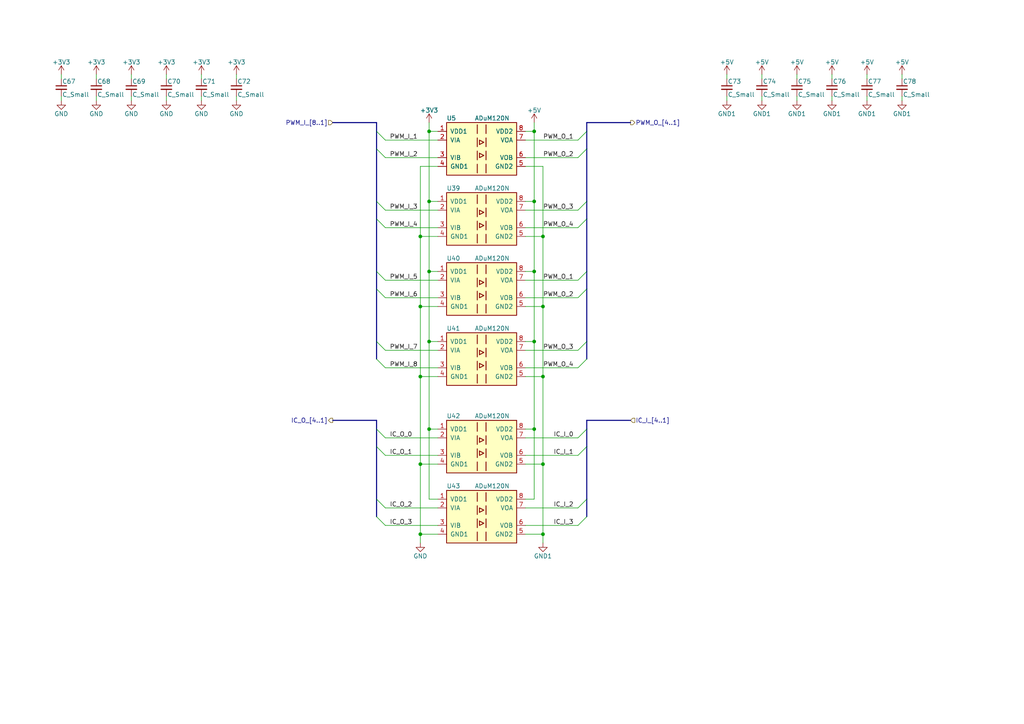
<source format=kicad_sch>
(kicad_sch (version 20211123) (generator eeschema)
  (paper "A4")
  (lib_symbols
    (symbol "Device:C_Small" (pin_numbers hide) (pin_names (offset 0.254) hide)
      (property "Reference" "C" (at 0.254 1.778 0))
      (property "Value" "C_Small" (at 0.254 -2.032 0))
      (symbol "C_Small_0_1"
        (polyline (pts (xy -1.524 -0.508) (xy 1.524 -0.508)) (stroke (width 0.3302)))
        (polyline (pts (xy -1.524 0.508) (xy 1.524 0.508)) (stroke (width 0.3048)))
      )
      (symbol "C_Small_1_1"
        (pin passive line (at 0 2.54 270) (length 2.032) (name "~") (number "1"))
        (pin passive line (at 0 -2.54 90) (length 2.032) (name "~") (number "2"))
      )
    )
    (symbol "Isolator:ADuM120N" (pin_names (offset 1.016))
      (property "Reference" "U" (at -10.16 8.89 0))
      (property "Value" "ADuM120N" (at -2.032 8.89 0))
      (symbol "ADuM120N_0_1"
        (rectangle (start -10.16 7.62) (end 10.16 -7.62) (stroke (width 0.254)) (fill (type background)))
        (polyline (pts (xy -1.27 -4.445) (xy -1.27 -6.985)) (stroke (width 0.254)))
        (polyline (pts (xy -1.27 -0.635) (xy -1.27 -3.175)) (stroke (width 0.254)))
        (polyline (pts (xy -1.27 3.175) (xy -1.27 0.635)) (stroke (width 0.254)))
        (polyline (pts (xy -1.27 6.985) (xy -1.27 4.445)) (stroke (width 0.254)))
        (polyline (pts (xy 1.27 -4.445) (xy 1.27 -6.985)) (stroke (width 0.254)))
        (polyline (pts (xy 1.27 -0.635) (xy 1.27 -3.175)) (stroke (width 0.254)))
        (polyline (pts (xy 1.27 3.175) (xy 1.27 0.635)) (stroke (width 0.254)))
        (polyline (pts (xy 1.27 6.985) (xy 1.27 4.445)) (stroke (width 0.254)))
        (polyline (pts (xy -0.635 -1.27) (xy -0.635 -2.54) (xy 0.635 -1.905) (xy -0.635 -1.27)) (stroke (width 0.254)))
        (polyline (pts (xy -0.635 1.27) (xy 0.635 1.905) (xy -0.635 2.54) (xy -0.635 1.27)) (stroke (width 0.254)))
      )
      (symbol "ADuM120N_1_1"
        (pin power_in line (at -12.7 5.08 0) (length 2.54) (name "VDD1") (number "1"))
        (pin input line (at -12.7 2.54 0) (length 2.54) (name "VIA") (number "2"))
        (pin input line (at -12.7 -2.54 0) (length 2.54) (name "VIB") (number "3"))
        (pin power_in line (at -12.7 -5.08 0) (length 2.54) (name "GND1") (number "4"))
        (pin power_in line (at 12.7 -5.08 180) (length 2.54) (name "GND2") (number "5"))
        (pin output line (at 12.7 -2.54 180) (length 2.54) (name "VOB") (number "6"))
        (pin output line (at 12.7 2.54 180) (length 2.54) (name "VOA") (number "7"))
        (pin power_in line (at 12.7 5.08 180) (length 2.54) (name "VDD2") (number "8"))
      )
    )
    (symbol "power:+3V3" (power) (pin_names (offset 0))
      (property "Value" "+3V3" (at 0 3.556 0))
      (symbol "+3V3_0_1"
        (polyline (pts (xy -0.762 1.27) (xy 0 2.54)))
        (polyline (pts (xy 0 0) (xy 0 2.54)))
        (polyline (pts (xy 0 2.54) (xy 0.762 1.27)))
      )
      (symbol "+3V3_1_1"
        (pin power_in line (at 0 0 90) (length 0) hide (name "+3V3") (number "1"))
      )
    )
    (symbol "power:+5V" (power) (pin_names (offset 0))
      (property "Value" "+5V" (at 0 3.556 0))
      (symbol "+5V_0_1"
        (polyline (pts (xy -0.762 1.27) (xy 0 2.54)))
        (polyline (pts (xy 0 0) (xy 0 2.54)))
        (polyline (pts (xy 0 2.54) (xy 0.762 1.27)))
      )
      (symbol "+5V_1_1"
        (pin power_in line (at 0 0 90) (length 0) hide (name "+5V") (number "1"))
      )
    )
    (symbol "power:GND" (power) (pin_names (offset 0))
      (property "Value" "GND" (at 0 -3.81 0))
      (symbol "GND_0_1"
        (polyline (pts (xy 0 0) (xy 0 -1.27) (xy 1.27 -1.27) (xy 0 -2.54) (xy -1.27 -1.27) (xy 0 -1.27)))
      )
      (symbol "GND_1_1"
        (pin power_in line (at 0 0 270) (length 0) hide (name "GND") (number "1"))
      )
    )
    (symbol "power:GND1" (power) (pin_names (offset 0))
      (property "Value" "GND1" (at 0 -3.81 0))
      (symbol "GND1_0_1"
        (polyline (pts (xy 0 0) (xy 0 -1.27) (xy 1.27 -1.27) (xy 0 -2.54) (xy -1.27 -1.27) (xy 0 -1.27)))
      )
      (symbol "GND1_1_1"
        (pin power_in line (at 0 0 270) (length 0) hide (name "GND1") (number "1"))
      )
    )
  )
  (junction (at 157.48 88.9))
  (junction (at 124.46 38.1))
  (junction (at 124.46 58.42))
  (junction (at 124.46 124.46))
  (junction (at 157.48 134.62))
  (junction (at 124.46 78.74))
  (junction (at 121.92 88.9))
  (junction (at 154.94 58.42))
  (junction (at 154.94 124.46))
  (junction (at 121.92 134.62))
  (junction (at 154.94 38.1))
  (junction (at 124.46 99.06))
  (junction (at 157.48 154.94))
  (junction (at 154.94 78.74))
  (junction (at 157.48 109.22))
  (junction (at 121.92 109.22))
  (junction (at 157.48 68.58))
  (junction (at 121.92 68.58))
  (junction (at 121.92 154.94))
  (junction (at 154.94 99.06))
  (bus_entry (at 109.22 43.18) (size 2.54 2.54))
  (bus_entry (at 170.18 104.14) (size -2.54 2.54))
  (bus_entry (at 170.18 83.82) (size -2.54 2.54))
  (bus_entry (at 170.18 124.46) (size -2.54 2.54))
  (bus_entry (at 170.18 58.42) (size -2.54 2.54))
  (bus_entry (at 109.22 38.1) (size 2.54 2.54))
  (bus_entry (at 109.22 63.5) (size 2.54 2.54))
  (bus_entry (at 170.18 149.86) (size -2.54 2.54))
  (bus_entry (at 109.22 144.78) (size 2.54 2.54))
  (bus_entry (at 170.18 99.06) (size -2.54 2.54))
  (bus_entry (at 109.22 99.06) (size 2.54 2.54))
  (bus_entry (at 170.18 129.54) (size -2.54 2.54))
  (bus_entry (at 109.22 58.42) (size 2.54 2.54))
  (bus_entry (at 170.18 78.74) (size -2.54 2.54))
  (bus_entry (at 109.22 104.14) (size 2.54 2.54))
  (bus_entry (at 109.22 124.46) (size 2.54 2.54))
  (bus_entry (at 109.22 149.86) (size 2.54 2.54))
  (bus_entry (at 170.18 38.1) (size -2.54 2.54))
  (bus_entry (at 109.22 83.82) (size 2.54 2.54))
  (bus_entry (at 170.18 63.5) (size -2.54 2.54))
  (bus_entry (at 170.18 43.18) (size -2.54 2.54))
  (bus_entry (at 109.22 78.74) (size 2.54 2.54))
  (bus_entry (at 109.22 129.54) (size 2.54 2.54))
  (bus_entry (at 170.18 144.78) (size -2.54 2.54))
  (wire (pts (xy 127 134.62) (xy 121.92 134.62)))
  (bus (pts (xy 109.22 144.78) (xy 109.22 129.54)))
  (wire (pts (xy 111.76 86.36) (xy 127 86.36)))
  (wire (pts (xy 157.48 48.26) (xy 157.48 68.58)))
  (wire (pts (xy 157.48 154.94) (xy 157.48 157.48)))
  (wire (pts (xy 154.94 144.78) (xy 152.4 144.78)))
  (wire (pts (xy 167.64 132.08) (xy 152.4 132.08)))
  (wire (pts (xy 157.48 88.9) (xy 157.48 109.22)))
  (wire (pts (xy 251.46 21.59) (xy 251.46 22.86)))
  (wire (pts (xy 68.58 21.59) (xy 68.58 22.86)))
  (wire (pts (xy 124.46 124.46) (xy 127 124.46)))
  (bus (pts (xy 170.18 104.14) (xy 170.18 99.06)))
  (wire (pts (xy 124.46 58.42) (xy 124.46 78.74)))
  (wire (pts (xy 121.92 68.58) (xy 121.92 88.9)))
  (bus (pts (xy 170.18 124.46) (xy 170.18 121.92)))
  (bus (pts (xy 109.22 83.82) (xy 109.22 99.06)))
  (wire (pts (xy 167.64 127) (xy 152.4 127)))
  (wire (pts (xy 167.64 81.28) (xy 152.4 81.28)))
  (wire (pts (xy 154.94 78.74) (xy 154.94 99.06)))
  (bus (pts (xy 109.22 63.5) (xy 109.22 78.74)))
  (wire (pts (xy 121.92 88.9) (xy 121.92 109.22)))
  (wire (pts (xy 124.46 58.42) (xy 127 58.42)))
  (wire (pts (xy 48.26 21.59) (xy 48.26 22.86)))
  (wire (pts (xy 124.46 78.74) (xy 124.46 99.06)))
  (wire (pts (xy 127 68.58) (xy 121.92 68.58)))
  (wire (pts (xy 111.76 152.4) (xy 127 152.4)))
  (wire (pts (xy 124.46 78.74) (xy 127 78.74)))
  (wire (pts (xy 157.48 68.58) (xy 157.48 88.9)))
  (bus (pts (xy 170.18 58.42) (xy 170.18 43.18)))
  (wire (pts (xy 231.14 27.94) (xy 231.14 29.21)))
  (wire (pts (xy 27.94 27.94) (xy 27.94 29.21)))
  (wire (pts (xy 124.46 38.1) (xy 127 38.1)))
  (wire (pts (xy 111.76 81.28) (xy 127 81.28)))
  (bus (pts (xy 170.18 144.78) (xy 170.18 129.54)))
  (wire (pts (xy 48.26 27.94) (xy 48.26 29.21)))
  (bus (pts (xy 109.22 129.54) (xy 109.22 124.46)))
  (wire (pts (xy 154.94 38.1) (xy 154.94 58.42)))
  (wire (pts (xy 152.4 109.22) (xy 157.48 109.22)))
  (wire (pts (xy 241.3 27.94) (xy 241.3 29.21)))
  (wire (pts (xy 17.78 21.59) (xy 17.78 22.86)))
  (wire (pts (xy 111.76 66.04) (xy 127 66.04)))
  (wire (pts (xy 210.82 27.94) (xy 210.82 29.21)))
  (wire (pts (xy 121.92 154.94) (xy 121.92 157.48)))
  (wire (pts (xy 167.64 40.64) (xy 152.4 40.64)))
  (wire (pts (xy 124.46 38.1) (xy 124.46 58.42)))
  (wire (pts (xy 154.94 58.42) (xy 152.4 58.42)))
  (bus (pts (xy 170.18 129.54) (xy 170.18 124.46)))
  (wire (pts (xy 261.62 21.59) (xy 261.62 22.86)))
  (wire (pts (xy 27.94 21.59) (xy 27.94 22.86)))
  (wire (pts (xy 154.94 124.46) (xy 152.4 124.46)))
  (wire (pts (xy 152.4 68.58) (xy 157.48 68.58)))
  (wire (pts (xy 167.64 60.96) (xy 152.4 60.96)))
  (wire (pts (xy 241.3 21.59) (xy 241.3 22.86)))
  (wire (pts (xy 167.64 66.04) (xy 152.4 66.04)))
  (wire (pts (xy 231.14 21.59) (xy 231.14 22.86)))
  (wire (pts (xy 58.42 27.94) (xy 58.42 29.21)))
  (bus (pts (xy 96.52 35.56) (xy 109.22 35.56)))
  (wire (pts (xy 17.78 27.94) (xy 17.78 29.21)))
  (bus (pts (xy 96.52 121.92) (xy 109.22 121.92)))
  (wire (pts (xy 38.1 21.59) (xy 38.1 22.86)))
  (wire (pts (xy 152.4 88.9) (xy 157.48 88.9)))
  (wire (pts (xy 127 48.26) (xy 121.92 48.26)))
  (wire (pts (xy 111.76 127) (xy 127 127)))
  (wire (pts (xy 124.46 99.06) (xy 124.46 124.46)))
  (wire (pts (xy 251.46 27.94) (xy 251.46 29.21)))
  (wire (pts (xy 121.92 109.22) (xy 121.92 134.62)))
  (bus (pts (xy 170.18 43.18) (xy 170.18 38.1)))
  (wire (pts (xy 38.1 27.94) (xy 38.1 29.21)))
  (bus (pts (xy 182.88 35.56) (xy 170.18 35.56)))
  (bus (pts (xy 170.18 99.06) (xy 170.18 83.82)))
  (wire (pts (xy 124.46 35.56) (xy 124.46 38.1)))
  (wire (pts (xy 111.76 101.6) (xy 127 101.6)))
  (wire (pts (xy 157.48 109.22) (xy 157.48 134.62)))
  (bus (pts (xy 109.22 124.46) (xy 109.22 121.92)))
  (bus (pts (xy 170.18 63.5) (xy 170.18 78.74)))
  (wire (pts (xy 127 154.94) (xy 121.92 154.94)))
  (wire (pts (xy 167.64 101.6) (xy 152.4 101.6)))
  (bus (pts (xy 109.22 38.1) (xy 109.22 35.56)))
  (wire (pts (xy 121.92 134.62) (xy 121.92 154.94)))
  (wire (pts (xy 121.92 48.26) (xy 121.92 68.58)))
  (wire (pts (xy 154.94 99.06) (xy 154.94 124.46)))
  (wire (pts (xy 167.64 86.36) (xy 152.4 86.36)))
  (wire (pts (xy 127 109.22) (xy 121.92 109.22)))
  (wire (pts (xy 124.46 124.46) (xy 124.46 144.78)))
  (wire (pts (xy 111.76 132.08) (xy 127 132.08)))
  (wire (pts (xy 154.94 99.06) (xy 152.4 99.06)))
  (wire (pts (xy 58.42 21.59) (xy 58.42 22.86)))
  (bus (pts (xy 170.18 149.86) (xy 170.18 144.78)))
  (wire (pts (xy 154.94 78.74) (xy 152.4 78.74)))
  (wire (pts (xy 68.58 27.94) (xy 68.58 29.21)))
  (wire (pts (xy 167.64 147.32) (xy 152.4 147.32)))
  (wire (pts (xy 154.94 35.56) (xy 154.94 38.1)))
  (wire (pts (xy 124.46 144.78) (xy 127 144.78)))
  (wire (pts (xy 261.62 27.94) (xy 261.62 29.21)))
  (wire (pts (xy 127 88.9) (xy 121.92 88.9)))
  (wire (pts (xy 157.48 134.62) (xy 157.48 154.94)))
  (bus (pts (xy 109.22 149.86) (xy 109.22 144.78)))
  (wire (pts (xy 111.76 45.72) (xy 127 45.72)))
  (bus (pts (xy 170.18 63.5) (xy 170.18 58.42)))
  (wire (pts (xy 111.76 40.64) (xy 127 40.64)))
  (wire (pts (xy 124.46 99.06) (xy 127 99.06)))
  (wire (pts (xy 210.82 21.59) (xy 210.82 22.86)))
  (wire (pts (xy 111.76 147.32) (xy 127 147.32)))
  (bus (pts (xy 170.18 38.1) (xy 170.18 35.56)))
  (wire (pts (xy 154.94 58.42) (xy 154.94 78.74)))
  (wire (pts (xy 167.64 106.68) (xy 152.4 106.68)))
  (bus (pts (xy 109.22 43.18) (xy 109.22 38.1)))
  (wire (pts (xy 154.94 38.1) (xy 152.4 38.1)))
  (wire (pts (xy 220.98 27.94) (xy 220.98 29.21)))
  (wire (pts (xy 154.94 124.46) (xy 154.94 144.78)))
  (bus (pts (xy 109.22 58.42) (xy 109.22 43.18)))
  (bus (pts (xy 109.22 78.74) (xy 109.22 83.82)))
  (bus (pts (xy 170.18 83.82) (xy 170.18 78.74)))
  (wire (pts (xy 152.4 154.94) (xy 157.48 154.94)))
  (wire (pts (xy 111.76 106.68) (xy 127 106.68)))
  (wire (pts (xy 152.4 134.62) (xy 157.48 134.62)))
  (bus (pts (xy 109.22 99.06) (xy 109.22 104.14)))
  (wire (pts (xy 152.4 48.26) (xy 157.48 48.26)))
  (wire (pts (xy 111.76 60.96) (xy 127 60.96)))
  (wire (pts (xy 220.98 21.59) (xy 220.98 22.86)))
  (bus (pts (xy 109.22 63.5) (xy 109.22 58.42)))
  (wire (pts (xy 167.64 45.72) (xy 152.4 45.72)))
  (wire (pts (xy 167.64 152.4) (xy 152.4 152.4)))
  (bus (pts (xy 182.88 121.92) (xy 170.18 121.92)))
  (label "PWM_I_5" (at 113.03 81.28 0))
  (label "IC_O_2" (at 113.03 147.32 0))
  (label "PWM_I_8" (at 113.03 106.68 0))
  (label "PWM_I_3" (at 113.03 60.96 0))
  (label "PWM_I_7" (at 113.03 101.6 0))
  (label "PWM_O_2" (at 166.37 45.72 180))
  (label "PWM_O_3" (at 166.37 60.96 180))
  (label "IC_I_3" (at 166.37 152.4 180))
  (label "IC_O_3" (at 113.03 152.4 0))
  (label "PWM_O_4" (at 166.37 66.04 180))
  (label "PWM_O_3" (at 166.37 101.6 180))
  (label "PWM_O_1" (at 166.37 40.64 180))
  (label "PWM_O_4" (at 166.37 106.68 180))
  (label "IC_I_1" (at 166.37 132.08 180))
  (label "IC_I_2" (at 166.37 147.32 180))
  (label "PWM_I_1" (at 113.03 40.64 0))
  (label "PWM_I_4" (at 113.03 66.04 0))
  (label "PWM_O_2" (at 166.37 86.36 180))
  (label "IC_I_0" (at 166.37 127 180))
  (label "PWM_I_6" (at 113.03 86.36 0))
  (label "PWM_I_2" (at 113.03 45.72 0))
  (label "IC_O_1" (at 113.03 132.08 0))
  (label "IC_O_0" (at 113.03 127 0))
  (label "PWM_O_1" (at 166.37 81.28 180))
  (hierarchical_label "IC_O_[4..1]" (shape output) (at 96.52 121.92 180))
  (hierarchical_label "PWM_O_[4..1]" (shape output) (at 182.88 35.56 0))
  (hierarchical_label "IC_I_[4..1]" (shape input) (at 182.88 121.92 0))
  (hierarchical_label "PWM_I_[8..1]" (shape input) (at 96.52 35.56 180))
  (symbol (lib_id "Device:C_Small") (at 231.14 25.4 0) (unit 1)
    (property "Reference" "C75" (at 231.394 23.622 0) (effects (justify left)))
    (property "Value" "C_Small" (at 231.394 27.432 0) (effects (justify left)))
    (property "Footprint" "Capacitor_SMD:C_0603_1608Metric" (effects hide))
  )
  (symbol (lib_id "Device:C_Small") (at 38.1 25.4 0) (unit 1)
    (property "Reference" "C69" (at 38.354 23.622 0) (effects (justify left)))
    (property "Value" "C_Small" (at 38.354 27.432 0) (effects (justify left)))
    (property "Footprint" "Capacitor_SMD:C_0603_1608Metric" (effects hide))
  )
  (symbol (lib_id "power:+3V3") (at 48.26 21.59 0) (unit 1)
    (property "Reference" "#PWR0101" (effects hide))
    (property "Value" "+3V3" (at 48.26 18.034 0))
  )
  (symbol (lib_id "Isolator:ADuM120N") (at 139.7 43.18 0) (unit 1)
    (property "Reference" "U5" (at 129.54 34.29 0) (effects (justify left)))
    (property "Value" "ADuM120N" (at 137.668 34.29 0) (effects (justify left)))
    (property "Footprint" "Package_SO:SOIC-8_3.9x4.9mm_P1.27mm" (effects hide))
    (property "Datasheet" "https://www.analog.com/media/en/technical-documentation/data-sheets/ADuM120N_121N.pdf" (effects hide))
  )
  (symbol (lib_id "Isolator:ADuM120N") (at 139.7 129.54 0) (unit 1)
    (property "Reference" "U42" (at 129.54 120.65 0) (effects (justify left)))
    (property "Value" "ADuM120N" (at 137.668 120.65 0) (effects (justify left)))
    (property "Footprint" "Package_SO:SOIC-8_3.9x4.9mm_P1.27mm" (effects hide))
    (property "Datasheet" "https://www.analog.com/media/en/technical-documentation/data-sheets/ADuM120N_121N.pdf" (effects hide))
  )
  (symbol (lib_id "power:+3V3") (at 124.46 35.56 0) (unit 1)
    (property "Reference" "#PWR0130" (effects hide))
    (property "Value" "+3V3" (at 124.46 32.004 0))
  )
  (symbol (lib_id "Device:C_Small") (at 251.46 25.4 0) (unit 1)
    (property "Reference" "C77" (at 251.714 23.622 0) (effects (justify left)))
    (property "Value" "C_Small" (at 251.714 27.432 0) (effects (justify left)))
    (property "Footprint" "Capacitor_SMD:C_0603_1608Metric" (effects hide))
  )
  (symbol (lib_id "power:+5V") (at 210.82 21.59 0) (unit 1)
    (property "Reference" "#PWR0133" (effects hide))
    (property "Value" "+5V" (at 210.82 18.034 0))
  )
  (symbol (lib_id "power:GND1") (at 210.82 29.21 0) (unit 1)
    (property "Reference" "#PWR0134" (effects hide))
    (property "Value" "GND1" (at 210.82 33.02 0))
  )
  (symbol (lib_id "power:+5V") (at 154.94 35.56 0) (unit 1)
    (property "Reference" "#PWR0131" (effects hide))
    (property "Value" "+5V" (at 154.94 32.004 0))
  )
  (symbol (lib_id "power:GND") (at 58.42 29.21 0) (unit 1)
    (property "Reference" "#PWR0104" (effects hide))
    (property "Value" "GND" (at 58.42 33.02 0))
  )
  (symbol (lib_id "Device:C_Small") (at 210.82 25.4 0) (unit 1)
    (property "Reference" "C73" (at 211.074 23.622 0) (effects (justify left)))
    (property "Value" "C_Small" (at 211.074 27.432 0) (effects (justify left)))
    (property "Footprint" "Capacitor_SMD:C_0603_1608Metric" (effects hide))
  )
  (symbol (lib_id "power:+5V") (at 261.62 21.59 0) (unit 1)
    (property "Reference" "#PWR0143" (effects hide))
    (property "Value" "+5V" (at 261.62 18.034 0))
  )
  (symbol (lib_id "Isolator:ADuM120N") (at 139.7 149.86 0) (unit 1)
    (property "Reference" "U43" (at 129.54 140.97 0) (effects (justify left)))
    (property "Value" "ADuM120N" (at 137.668 140.97 0) (effects (justify left)))
    (property "Footprint" "Package_SO:SOIC-8_3.9x4.9mm_P1.27mm" (effects hide))
    (property "Datasheet" "https://www.analog.com/media/en/technical-documentation/data-sheets/ADuM120N_121N.pdf" (effects hide))
  )
  (symbol (lib_id "power:+5V") (at 251.46 21.59 0) (unit 1)
    (property "Reference" "#PWR0141" (effects hide))
    (property "Value" "+5V" (at 251.46 18.034 0))
  )
  (symbol (lib_id "Isolator:ADuM120N") (at 139.7 104.14 0) (unit 1)
    (property "Reference" "U41" (at 129.54 95.25 0) (effects (justify left)))
    (property "Value" "ADuM120N" (at 137.668 95.25 0) (effects (justify left)))
    (property "Footprint" "Package_SO:SOIC-8_3.9x4.9mm_P1.27mm" (effects hide))
    (property "Datasheet" "https://www.analog.com/media/en/technical-documentation/data-sheets/ADuM120N_121N.pdf" (effects hide))
  )
  (symbol (lib_id "power:+5V") (at 220.98 21.59 0) (unit 1)
    (property "Reference" "#PWR0135" (effects hide))
    (property "Value" "+5V" (at 220.98 18.034 0))
  )
  (symbol (lib_id "power:GND") (at 48.26 29.21 0) (unit 1)
    (property "Reference" "#PWR0102" (effects hide))
    (property "Value" "GND" (at 48.26 33.02 0))
  )
  (symbol (lib_id "Device:C_Small") (at 220.98 25.4 0) (unit 1)
    (property "Reference" "C74" (at 221.234 23.622 0) (effects (justify left)))
    (property "Value" "C_Small" (at 221.234 27.432 0) (effects (justify left)))
    (property "Footprint" "Capacitor_SMD:C_0603_1608Metric" (effects hide))
  )
  (symbol (lib_id "Device:C_Small") (at 68.58 25.4 0) (unit 1)
    (property "Reference" "C72" (at 68.834 23.622 0) (effects (justify left)))
    (property "Value" "C_Small" (at 68.834 27.432 0) (effects (justify left)))
    (property "Footprint" "Capacitor_SMD:C_0603_1608Metric" (effects hide))
  )
  (symbol (lib_id "power:GND") (at 27.94 29.21 0) (unit 1)
    (property "Reference" "#PWR098" (effects hide))
    (property "Value" "GND" (at 27.94 33.02 0))
  )
  (symbol (lib_id "power:GND1") (at 157.48 157.48 0) (unit 1)
    (property "Reference" "#PWR0132" (effects hide))
    (property "Value" "GND1" (at 157.48 161.29 0))
  )
  (symbol (lib_id "Device:C_Small") (at 48.26 25.4 0) (unit 1)
    (property "Reference" "C70" (at 48.514 23.622 0) (effects (justify left)))
    (property "Value" "C_Small" (at 48.514 27.432 0) (effects (justify left)))
    (property "Footprint" "Capacitor_SMD:C_0603_1608Metric" (effects hide))
  )
  (symbol (lib_id "Device:C_Small") (at 58.42 25.4 0) (unit 1)
    (property "Reference" "C71" (at 58.674 23.622 0) (effects (justify left)))
    (property "Value" "C_Small" (at 58.674 27.432 0) (effects (justify left)))
    (property "Footprint" "Capacitor_SMD:C_0603_1608Metric" (effects hide))
  )
  (symbol (lib_id "power:GND1") (at 261.62 29.21 0) (unit 1)
    (property "Reference" "#PWR0144" (effects hide))
    (property "Value" "GND1" (at 261.62 33.02 0))
  )
  (symbol (lib_id "power:+3V3") (at 17.78 21.59 0) (unit 1)
    (property "Reference" "#PWR095" (effects hide))
    (property "Value" "+3V3" (at 17.78 18.034 0))
  )
  (symbol (lib_id "power:+5V") (at 231.14 21.59 0) (unit 1)
    (property "Reference" "#PWR0137" (effects hide))
    (property "Value" "+5V" (at 231.14 18.034 0))
  )
  (symbol (lib_id "power:GND") (at 17.78 29.21 0) (unit 1)
    (property "Reference" "#PWR096" (effects hide))
    (property "Value" "GND" (at 17.78 33.02 0))
  )
  (symbol (lib_id "Device:C_Small") (at 17.78 25.4 0) (unit 1)
    (property "Reference" "C67" (at 18.034 23.622 0) (effects (justify left)))
    (property "Value" "C_Small" (at 18.034 27.432 0) (effects (justify left)))
    (property "Footprint" "Capacitor_SMD:C_0603_1608Metric" (effects hide))
  )
  (symbol (lib_id "power:GND1") (at 231.14 29.21 0) (unit 1)
    (property "Reference" "#PWR0138" (effects hide))
    (property "Value" "GND1" (at 231.14 33.02 0))
  )
  (symbol (lib_id "power:GND1") (at 241.3 29.21 0) (unit 1)
    (property "Reference" "#PWR0140" (effects hide))
    (property "Value" "GND1" (at 241.3 33.02 0))
  )
  (symbol (lib_id "power:GND") (at 68.58 29.21 0) (unit 1)
    (property "Reference" "#PWR0106" (effects hide))
    (property "Value" "GND" (at 68.58 33.02 0))
  )
  (symbol (lib_id "Device:C_Small") (at 241.3 25.4 0) (unit 1)
    (property "Reference" "C76" (at 241.554 23.622 0) (effects (justify left)))
    (property "Value" "C_Small" (at 241.554 27.432 0) (effects (justify left)))
    (property "Footprint" "Capacitor_SMD:C_0603_1608Metric" (effects hide))
  )
  (symbol (lib_id "power:+3V3") (at 68.58 21.59 0) (unit 1)
    (property "Reference" "#PWR0105" (effects hide))
    (property "Value" "+3V3" (at 68.58 18.034 0))
  )
  (symbol (lib_id "power:GND1") (at 220.98 29.21 0) (unit 1)
    (property "Reference" "#PWR0136" (effects hide))
    (property "Value" "GND1" (at 220.98 33.02 0))
  )
  (symbol (lib_id "Device:C_Small") (at 27.94 25.4 0) (unit 1)
    (property "Reference" "C68" (at 28.194 23.622 0) (effects (justify left)))
    (property "Value" "C_Small" (at 28.194 27.432 0) (effects (justify left)))
    (property "Footprint" "Capacitor_SMD:C_0603_1608Metric" (effects hide))
  )
  (symbol (lib_id "power:+5V") (at 241.3 21.59 0) (unit 1)
    (property "Reference" "#PWR0139" (effects hide))
    (property "Value" "+5V" (at 241.3 18.034 0))
  )
  (symbol (lib_id "Device:C_Small") (at 261.62 25.4 0) (unit 1)
    (property "Reference" "C78" (at 261.874 23.622 0) (effects (justify left)))
    (property "Value" "C_Small" (at 261.874 27.432 0) (effects (justify left)))
    (property "Footprint" "Capacitor_SMD:C_0603_1608Metric" (effects hide))
  )
  (symbol (lib_id "power:GND1") (at 251.46 29.21 0) (unit 1)
    (property "Reference" "#PWR0142" (effects hide))
    (property "Value" "GND1" (at 251.46 33.02 0))
  )
  (symbol (lib_id "power:GND") (at 38.1 29.21 0) (unit 1)
    (property "Reference" "#PWR0100" (effects hide))
    (property "Value" "GND" (at 38.1 33.02 0))
  )
  (symbol (lib_id "power:+3V3") (at 38.1 21.59 0) (unit 1)
    (property "Reference" "#PWR099" (effects hide))
    (property "Value" "+3V3" (at 38.1 18.034 0))
  )
  (symbol (lib_id "Isolator:ADuM120N") (at 139.7 63.5 0) (unit 1)
    (property "Reference" "U39" (at 129.54 54.61 0) (effects (justify left)))
    (property "Value" "ADuM120N" (at 137.668 54.61 0) (effects (justify left)))
    (property "Footprint" "Package_SO:SOIC-8_3.9x4.9mm_P1.27mm" (effects hide))
    (property "Datasheet" "https://www.analog.com/media/en/technical-documentation/data-sheets/ADuM120N_121N.pdf" (effects hide))
  )
  (symbol (lib_id "power:GND") (at 121.92 157.48 0) (unit 1)
    (property "Reference" "#PWR0129" (effects hide))
    (property "Value" "GND" (at 121.92 161.29 0))
  )
  (symbol (lib_id "power:+3V3") (at 58.42 21.59 0) (unit 1)
    (property "Reference" "#PWR0103" (effects hide))
    (property "Value" "+3V3" (at 58.42 18.034 0))
  )
  (symbol (lib_id "Isolator:ADuM120N") (at 139.7 83.82 0) (unit 1)
    (property "Reference" "U40" (at 129.54 74.93 0) (effects (justify left)))
    (property "Value" "ADuM120N" (at 137.668 74.93 0) (effects (justify left)))
    (property "Footprint" "Package_SO:SOIC-8_3.9x4.9mm_P1.27mm" (effects hide))
    (property "Datasheet" "https://www.analog.com/media/en/technical-documentation/data-sheets/ADuM120N_121N.pdf" (effects hide))
  )
  (symbol (lib_id "power:+3V3") (at 27.94 21.59 0) (unit 1)
    (property "Reference" "#PWR097" (effects hide))
    (property "Value" "+3V3" (at 27.94 18.034 0))
  )
)
</source>
